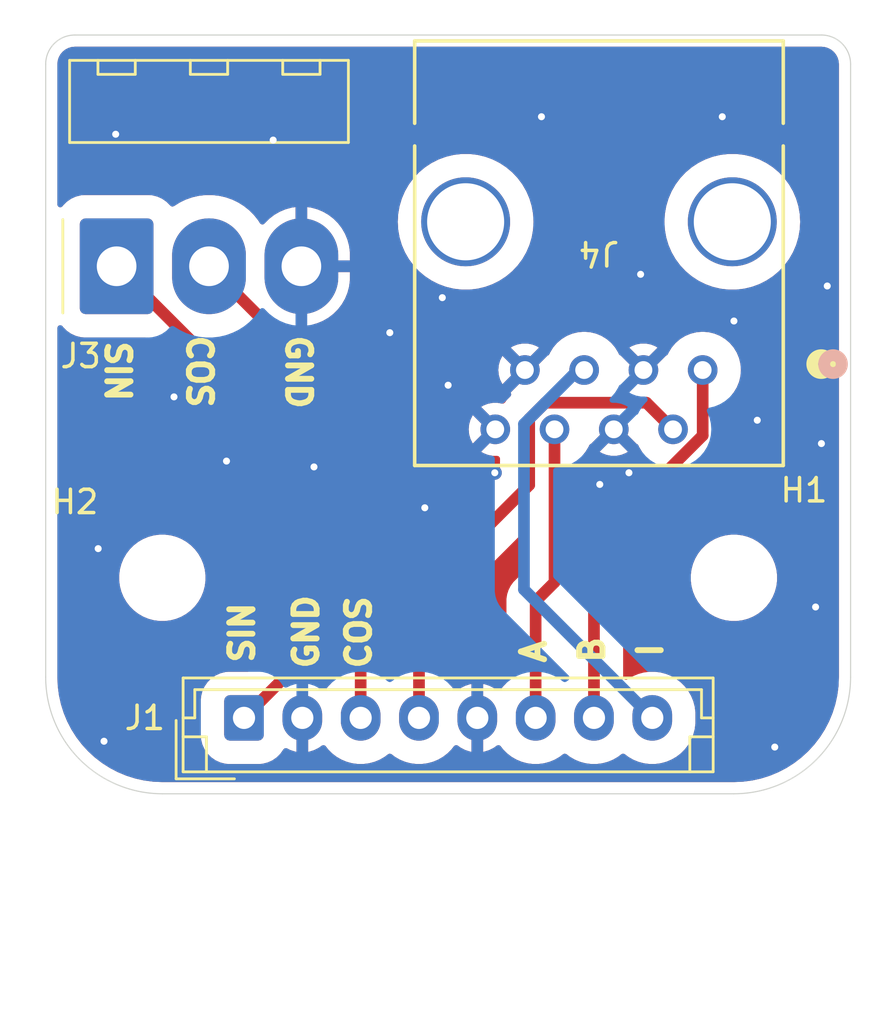
<source format=kicad_pcb>
(kicad_pcb (version 20240108) (generator "pcbnew") (generator_version "8.0")
  (layers (0 "F.Cu" signal) (31 "B.Cu" signal) (34 "B.Paste" user) (35 "F.Paste" user) (36 "B.SilkS" user "B.Silkscreen") (37 "F.SilkS" user "F.Silkscreen") (38 "B.Mask" user) (39 "F.Mask" user) (44 "Edge.Cuts" user))
  (net 0 "")
  (net 1 "GND")
  (net 2 "/Cos")
  (net 3 "/Sin")
  (net 4 "+5V")
  (net 5 "/C_B")
  (net 6 "/C_I")
  (net 7 "/C_A")
  (footprint "ethernet_54602-908LF:ethernet_54602-908LF" (layer "F.Cu") (at 59.66 48.6 180)
    (property "Reference" "J4" (at 4.445 5.004 180) (layer "F.SilkS"))
    (property "Value" "54602-908LF")
    (fp_circle (center -5.588 0.254) (end -5.207 0.254) (stroke (width 0.508)) (fill none) (layer "B.SilkS"))
    (fp_line (start 12.3444 14.0972) (end 12.3444 10.569672) (stroke (width 0.1524)) (layer "F.SilkS"))
    (fp_line (start 12.3444 9.598328) (end 12.3444 -4.0892) (stroke (width 0.1524)) (layer "F.SilkS"))
    (fp_line (start 12.3444 -4.0892) (end -3.4544 -4.0892) (stroke (width 0.1524)) (layer "F.SilkS"))
    (fp_line (start -3.4544 14.0972) (end 12.3444 14.0972) (stroke (width 0.1524)) (layer "F.SilkS"))
    (fp_line (start -3.4544 10.569672) (end -3.4544 14.0972) (stroke (width 0.1524)) (layer "F.SilkS"))
    (fp_line (start -3.4544 -4.0892) (end -3.4544 9.598328) (stroke (width 0.1524)) (layer "F.SilkS"))
    (fp_circle (center -5.08 0.254) (end -4.699 0.254) (stroke (width 0.508)) (fill none) (layer "F.SilkS"))
    (pad "1" thru_hole circle (at 0 0 180) (size 1.27 1.27) (drill 0.762) (layers "*.Cu" "*.Mask") (net 5 "/C_B"))
    (pad "2" thru_hole circle (at 1.27 -2.54 180) (size 1.27 1.27) (drill 0.762) (layers "*.Cu" "*.Mask") (net 4 "+5V"))
    (pad "3" thru_hole circle (at 2.54 0 180) (size 1.27 1.27) (drill 0.762) (layers "*.Cu" "*.Mask") (net 1 "GND"))
    (pad "4" thru_hole circle (at 3.81 -2.54 180) (size 1.27 1.27) (drill 0.762) (layers "*.Cu" "*.Mask") (net 1 "GND"))
    (pad "5" thru_hole circle (at 5.08 0 180) (size 1.27 1.27) (drill 0.762) (layers "*.Cu" "*.Mask") (net 6 "/C_I"))
    (pad "6" thru_hole circle (at 6.35 -2.54 180) (size 1.27 1.27) (drill 0.762) (layers "*.Cu" "*.Mask") (net 7 "/C_A"))
    (pad "7" thru_hole circle (at 7.62 0 180) (size 1.27 1.27) (drill 0.762) (layers "*.Cu" "*.Mask") (net 1 "GND"))
    (pad "8" thru_hole circle (at 8.89 -2.54 180) (size 1.27 1.27) (drill 0.762) (layers "*.Cu" "*.Mask") (net 1 "GND"))
    (pad "9" thru_hole circle (at -1.27 6.35 270) (size 3.81 3.81) (drill 3.302) (layers "*.Cu" "*.Mask"))
    (pad "10" thru_hole circle (at 10.16 6.35 270) (size 3.81 3.81) (drill 3.302) (layers "*.Cu" "*.Mask"))
  )
  (footprint "MountingHole:MountingHole_3.2mm_M3" (layer "F.Cu") (at 36.5 57.5)
    (property "Reference" "H2" (at -3.75 -3.25 0) (layer "F.SilkS"))
    (property "Value" "MountingHole")
    (pad "" np_thru_hole circle (at 0 0) (size 3.2 3.2) (drill 3.2) (layers "*.Cu" "*.Mask"))
  )
  (footprint "MountingHole:MountingHole_3.2mm_M3" (layer "F.Cu") (at 61 57.5)
    (property "Reference" "H1" (at 3 -3.75 0) (layer "F.SilkS"))
    (property "Value" "MountingHole")
    (pad "" np_thru_hole circle (at 0 0) (size 3.2 3.2) (drill 3.2) (layers "*.Cu" "*.Mask"))
  )
  (footprint "Connector_JST:JST_EH_B8B-EH-A_1x08_P2.50mm_Vertical" (layer "F.Cu") (at 40 63.5)
    (property "Reference" "J1" (at -4.25 0 0) (layer "F.SilkS"))
    (property "Value" "Conn_01x08")
    (fp_line (start -2.91 0.11) (end -2.91 2.61) (stroke (width 0.12)) (layer "F.SilkS"))
    (fp_line (start -2.91 2.61) (end -0.41 2.61) (stroke (width 0.12)) (layer "F.SilkS"))
    (fp_line (start -2.61 -1.71) (end -2.61 2.31) (stroke (width 0.12)) (layer "F.SilkS"))
    (fp_line (start -2.61 0) (end -2.11 0) (stroke (width 0.12)) (layer "F.SilkS"))
    (fp_line (start -2.61 0.81) (end -1.61 0.81) (stroke (width 0.12)) (layer "F.SilkS"))
    (fp_line (start -2.61 2.31) (end 20.11 2.31) (stroke (width 0.12)) (layer "F.SilkS"))
    (fp_line (start -2.11 -1.21) (end 19.61 -1.21) (stroke (width 0.12)) (layer "F.SilkS"))
    (fp_line (start -2.11 0) (end -2.11 -1.21) (stroke (width 0.12)) (layer "F.SilkS"))
    (fp_line (start -1.61 0.81) (end -1.61 2.31) (stroke (width 0.12)) (layer "F.SilkS"))
    (fp_line (start 19.11 0.81) (end 19.11 2.31) (stroke (width 0.12)) (layer "F.SilkS"))
    (fp_line (start 19.61 -1.21) (end 19.61 0) (stroke (width 0.12)) (layer "F.SilkS"))
    (fp_line (start 19.61 0) (end 20.11 0) (stroke (width 0.12)) (layer "F.SilkS"))
    (fp_line (start 20.11 -1.71) (end -2.61 -1.71) (stroke (width 0.12)) (layer "F.SilkS"))
    (fp_line (start 20.11 0.81) (end 19.11 0.81) (stroke (width 0.12)) (layer "F.SilkS"))
    (fp_line (start 20.11 2.31) (end 20.11 -1.71) (stroke (width 0.12)) (layer "F.SilkS"))
    (pad "1" thru_hole roundrect (at 0 0) (size 1.7 1.95) (drill 0.95) (layers "*.Cu" "*.Mask") (roundrect_rratio 0.147059) (net 3 "/Sin"))
    (pad "2" thru_hole oval (at 2.5 0) (size 1.7 1.95) (drill 0.95) (layers "*.Cu" "*.Mask") (net 1 "GND"))
    (pad "3" thru_hole oval (at 5 0) (size 1.7 1.95) (drill 0.95) (layers "*.Cu" "*.Mask") (net 2 "/Cos"))
    (pad "4" thru_hole oval (at 7.5 0) (size 1.7 1.95) (drill 0.95) (layers "*.Cu" "*.Mask") (net 4 "+5V"))
    (pad "5" thru_hole oval (at 10 0) (size 1.7 1.95) (drill 0.95) (layers "*.Cu" "*.Mask") (net 1 "GND"))
    (pad "6" thru_hole oval (at 12.5 0) (size 1.7 1.95) (drill 0.95) (layers "*.Cu" "*.Mask") (net 7 "/C_A"))
    (pad "7" thru_hole oval (at 15 0) (size 1.7 1.95) (drill 0.95) (layers "*.Cu" "*.Mask") (net 5 "/C_B"))
    (pad "8" thru_hole oval (at 17.5 0) (size 1.7 1.95) (drill 0.95) (layers "*.Cu" "*.Mask") (net 6 "/C_I"))
  )
  (footprint "Connector_Molex:Molex_KK-396_A-41792-0003_1x03_P3.96mm_Horizontal" (layer "F.Cu") (at 34.54 44.155)
    (property "Reference" "J3" (at -1.54 3.845 0) (layer "F.SilkS"))
    (property "Value" "Conn_01x03")
    (fp_line (start -2.305 -2) (end -2.305 2) (stroke (width 0.12)) (layer "F.SilkS"))
    (fp_line (start -2.015 -8.82) (end 9.935 -8.82) (stroke (width 0.12)) (layer "F.SilkS"))
    (fp_line (start -2.015 -5.3) (end -2.015 -8.82) (stroke (width 0.12)) (layer "F.SilkS"))
    (fp_line (start -0.8 -8.82) (end -0.8 -8.22) (stroke (width 0.12)) (layer "F.SilkS"))
    (fp_line (start -0.8 -8.22) (end 0.8 -8.22) (stroke (width 0.12)) (layer "F.SilkS"))
    (fp_line (start 0.8 -8.22) (end 0.8 -8.82) (stroke (width 0.12)) (layer "F.SilkS"))
    (fp_line (start 3.16 -8.82) (end 3.16 -8.22) (stroke (width 0.12)) (layer "F.SilkS"))
    (fp_line (start 3.16 -8.22) (end 4.76 -8.22) (stroke (width 0.12)) (layer "F.SilkS"))
    (fp_line (start 4.76 -8.22) (end 4.76 -8.82) (stroke (width 0.12)) (layer "F.SilkS"))
    (fp_line (start 7.12 -8.82) (end 7.12 -8.22) (stroke (width 0.12)) (layer "F.SilkS"))
    (fp_line (start 7.12 -8.22) (end 8.72 -8.22) (stroke (width 0.12)) (layer "F.SilkS"))
    (fp_line (start 8.72 -8.22) (end 8.72 -8.82) (stroke (width 0.12)) (layer "F.SilkS"))
    (fp_line (start 9.935 -8.82) (end 9.935 -5.3) (stroke (width 0.12)) (layer "F.SilkS"))
    (fp_line (start 9.935 -5.3) (end -2.015 -5.3) (stroke (width 0.12)) (layer "F.SilkS"))
    (pad "1" thru_hole roundrect (at 0 0) (size 3.16 4.1) (drill 1.7) (layers "*.Cu" "*.Mask") (roundrect_rratio 0.079114) (net 3 "/Sin"))
    (pad "2" thru_hole oval (at 3.96 0) (size 3.16 4.1) (drill 1.7) (layers "*.Cu" "*.Mask") (net 2 "/Cos"))
    (pad "3" thru_hole oval (at 7.92 0) (size 3.16 4.1) (drill 1.7) (layers "*.Cu" "*.Mask") (net 1 "GND"))
  )
  (gr_line (start 61 66.75) (end 36.5 66.75) (stroke (width 0.05)) (layer "Edge.Cuts"))
  (gr_arc (start 66 61.75) (mid 64.535534 65.285534) (end 61 66.75) (stroke (width 0.05)) (layer "Edge.Cuts"))
  (gr_line (start 66 35.5) (end 66 61.75) (stroke (width 0.05)) (layer "Edge.Cuts"))
  (gr_arc (start 36.5 66.75) (mid 32.964466 65.285534) (end 31.5 61.75) (stroke (width 0.05)) (layer "Edge.Cuts"))
  (gr_line (start 31.5 61.75) (end 31.5 35.5) (stroke (width 0.05)) (layer "Edge.Cuts"))
  (gr_line (start 32.75 34.25) (end 64.75 34.25) (stroke (width 0.05)) (layer "Edge.Cuts"))
  (gr_arc (start 64.75 34.25) (mid 65.633883 34.616117) (end 66 35.5) (stroke (width 0.05)) (layer "Edge.Cuts"))
  (gr_arc (start 31.5 35.5) (mid 31.866117 34.616117) (end 32.75 34.25) (stroke (width 0.05)) (layer "Edge.Cuts"))
  (gr_text "GND" (at 41.75 47 -90) (layer "F.SilkS") (effects (font (size 1 1) (thickness 0.25) (bold yes)) (justify left bottom)))
  (gr_text "SIN" (at 40.5 61.25 90) (layer "F.SilkS") (effects (font (size 1 1) (thickness 0.25) (bold yes)) (justify left bottom)))
  (gr_text "B" (at 55.5 61.25 90) (layer "F.SilkS") (effects (font (size 1 1) (thickness 0.25) (bold yes)) (justify left bottom)))
  (gr_text "COS" (at 45.5 61.5 90) (layer "F.SilkS") (effects (font (size 1 1) (thickness 0.25) (bold yes)) (justify left bottom)))
  (gr_text "I" (at 58 61 90) (layer "F.SilkS") (effects (font (size 1 1) (thickness 0.25) (bold yes)) (justify left bottom)))
  (gr_text "COS" (at 37.5 47 -90) (layer "F.SilkS") (effects (font (size 1 1) (thickness 0.25) (bold yes)) (justify left bottom)))
  (gr_text "GND" (at 43.25 61.5 90) (layer "F.SilkS") (effects (font (size 1 1) (thickness 0.25) (bold yes)) (justify left bottom)))
  (gr_text "SIN" (at 34 47.25 -90) (layer "F.SilkS") (effects (font (size 1 1) (thickness 0.25) (bold yes)) (justify left bottom)))
  (gr_text "A" (at 53 61.25 90) (layer "F.SilkS") (effects (font (size 1 1) (thickness 0.25) (bold yes)) (justify left bottom)))
  (via (at 56.5 53) (size 0.6) (drill 0.3) (layers "F.Cu" "B.Cu") (net 1))
  (via (at 62.75 64.75) (size 0.6) (drill 0.3) (layers "F.Cu" "B.Cu") (net 1))
  (via (at 34 64.5) (size 0.6) (drill 0.3) (layers "F.Cu" "B.Cu") (net 1))
  (via (at 37 49.75) (size 0.6) (drill 0.3) (layers "F.Cu" "B.Cu") (net 1))
  (via (at 64.5 58.75) (size 0.6) (drill 0.3) (layers "F.Cu" "B.Cu") (net 1))
  (via (at 52.75 37.75) (size 0.6) (drill 0.3) (layers "F.Cu" "B.Cu") (net 1))
  (via (at 60.5 37.75) (size 0.6) (drill 0.3) (layers "F.Cu" "B.Cu") (net 1))
  (via (at 39.25 52.5) (size 0.6) (drill 0.3) (layers "F.Cu" "B.Cu") (net 1))
  (via (at 62 50.75) (size 0.6) (drill 0.3) (layers "F.Cu" "B.Cu") (net 1))
  (via (at 41.25 38.75) (size 0.6) (drill 0.3) (layers "F.Cu" "B.Cu") (net 1))
  (via (at 65 45) (size 0.6) (drill 0.3) (layers "F.Cu" "B.Cu") (net 1))
  (via (at 64.75 51.75) (size 0.6) (drill 0.3) (layers "F.Cu" "B.Cu") (net 1))
  (via (at 61 46.5) (size 0.6) (drill 0.3) (layers "F.Cu" "B.Cu") (net 1))
  (via (at 34.5 38.5) (size 0.6) (drill 0.3) (layers "F.Cu" "B.Cu") (net 1))
  (via (at 43 52.75) (size 0.6) (drill 0.3) (layers "F.Cu" "B.Cu") (net 1))
  (via (at 50.75 53) (size 0.6) (drill 0.3) (layers "F.Cu" "B.Cu") (net 1))
  (via (at 48.75 49.25) (size 0.6) (drill 0.3) (layers "F.Cu" "B.Cu") (net 1))
  (via (at 57 44.5) (size 0.6) (drill 0.3) (layers "F.Cu" "B.Cu") (net 1))
  (via (at 46.25 47) (size 0.6) (drill 0.3) (layers "F.Cu" "B.Cu") (net 1))
  (via (at 48.5 45.5) (size 0.6) (drill 0.3) (layers "F.Cu" "B.Cu") (net 1))
  (via (at 33.75 56.25) (size 0.6) (drill 0.3) (layers "F.Cu" "B.Cu") (net 1))
  (via (at 47.75 54.5) (size 0.6) (drill 0.3) (layers "F.Cu" "B.Cu") (net 1))
  (via (at 55.25 53.5) (size 0.6) (drill 0.3) (layers "F.Cu" "B.Cu") (net 1))
  (segment (start 38.5 44.155) (end 45 50.655) (width 0.5) (layer "F.Cu") (net 2))
  (segment (start 38.5 44.155) (end 38.5 44.75) (width 0.5) (layer "F.Cu") (net 2))
  (segment (start 45 50.655) (end 45 63.5) (width 0.5) (layer "F.Cu") (net 2))
  (segment (start 42 61.5) (end 40 63.5) (width 0.5) (layer "F.Cu") (net 3))
  (segment (start 42 51.615) (end 42 61.5) (width 0.5) (layer "F.Cu") (net 3))
  (segment (start 34.54 44.155) (end 42 51.615) (width 0.5) (layer "F.Cu") (net 3))
  (segment (start 47.5 63.5) (end 47.5 58.25) (width 0.5) (layer "F.Cu") (net 4))
  (segment (start 57.25 50) (end 58.39 51.14) (width 0.5) (layer "F.Cu") (net 4))
  (segment (start 52.225 50.690578) (end 52.915578 50) (width 0.5) (layer "F.Cu") (net 4))
  (segment (start 47.5 58.25) (end 52.225 53.525) (width 0.5) (layer "F.Cu") (net 4))
  (segment (start 52.225 53.525) (end 52.225 50.690578) (width 0.5) (layer "F.Cu") (net 4))
  (segment (start 52.915578 50) (end 57.25 50) (width 0.5) (layer "F.Cu") (net 4))
  (segment (start 59.66 48.6) (end 59.66 51.404422) (width 0.5) (layer "F.Cu") (net 5))
  (segment (start 55 56.064422) (end 55 63.5) (width 0.5) (layer "F.Cu") (net 5))
  (segment (start 59.66 51.404422) (end 55 56.064422) (width 0.5) (layer "F.Cu") (net 5))
  (segment (start 54.315578 48.6) (end 52 50.915578) (width 0.5) (layer "B.Cu") (net 6))
  (segment (start 52 50.915578) (end 52 58) (width 0.5) (layer "B.Cu") (net 6))
  (segment (start 54.58 48.6) (end 54.315578 48.6) (width 0.5) (layer "B.Cu") (net 6))
  (segment (start 52 58) (end 57.5 63.5) (width 0.5) (layer "B.Cu") (net 6))
  (segment (start 54.85 48.6) (end 54.58 48.6) (width 0.5) (layer "B.Cu") (net 6))
  (segment (start 53.31 51.14) (end 53.31 57.69) (width 0.5) (layer "F.Cu") (net 7))
  (segment (start 52.5 58.5) (end 52.5 63.5) (width 0.5) (layer "F.Cu") (net 7))
  (segment (start 53.31 57.69) (end 52.5 58.5) (width 0.5) (layer "F.Cu") (net 7))
  (segment (start 53.25 51.2) (end 53.31 51.14) (width 0.5) (layer "B.Cu") (net 7))
  (zone (net 1) (net_name "GND") (layers "F&B.Cu") (connect_pads (clearance 1)) (min_thickness 0.25) (fill yes (thermal_gap 0.5) (thermal_bridge_width 0.5))
    (polygon (pts (xy 66.25 66.75) (xy 31.5 66.75) (xy 31.5 33) (xy 31.75 32.75) (xy 66.25 32.75)))
  )
)
</source>
